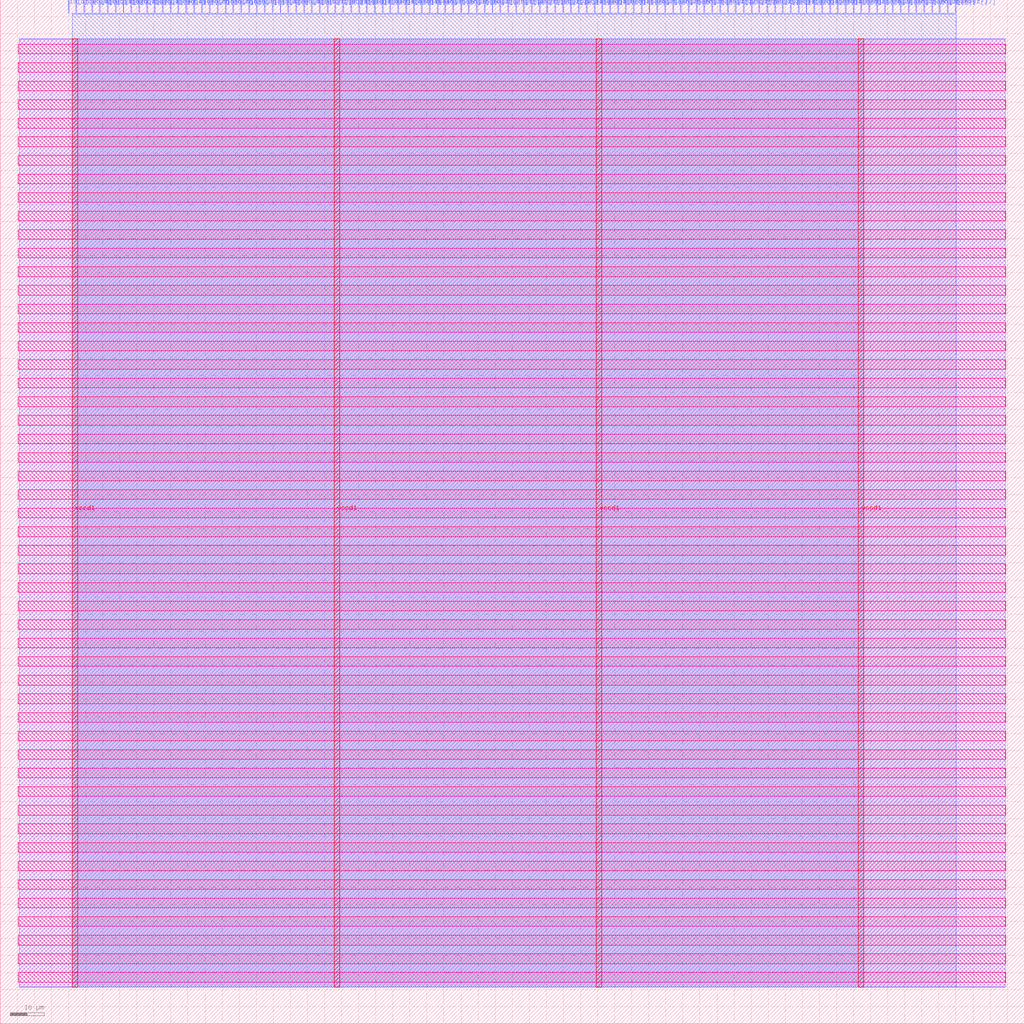
<source format=lef>
VERSION 5.7 ;
  NOWIREEXTENSIONATPIN ON ;
  DIVIDERCHAR "/" ;
  BUSBITCHARS "[]" ;
MACRO user_proj_example
  CLASS BLOCK ;
  FOREIGN user_proj_example ;
  ORIGIN 0.000 0.000 ;
  SIZE 300.000 BY 300.000 ;
  PIN io_in[0]
    DIRECTION INPUT ;
    USE SIGNAL ;
    PORT
      LAYER met2 ;
        RECT 19.870 296.000 20.150 300.000 ;
    END
  END io_in[0]
  PIN io_in[10]
    DIRECTION INPUT ;
    USE SIGNAL ;
    PORT
      LAYER met2 ;
        RECT 88.870 296.000 89.150 300.000 ;
    END
  END io_in[10]
  PIN io_in[11]
    DIRECTION INPUT ;
    USE SIGNAL ;
    PORT
      LAYER met2 ;
        RECT 95.770 296.000 96.050 300.000 ;
    END
  END io_in[11]
  PIN io_in[12]
    DIRECTION INPUT ;
    USE SIGNAL ;
    PORT
      LAYER met2 ;
        RECT 102.670 296.000 102.950 300.000 ;
    END
  END io_in[12]
  PIN io_in[13]
    DIRECTION INPUT ;
    USE SIGNAL ;
    PORT
      LAYER met2 ;
        RECT 109.570 296.000 109.850 300.000 ;
    END
  END io_in[13]
  PIN io_in[14]
    DIRECTION INPUT ;
    USE SIGNAL ;
    PORT
      LAYER met2 ;
        RECT 116.470 296.000 116.750 300.000 ;
    END
  END io_in[14]
  PIN io_in[15]
    DIRECTION INPUT ;
    USE SIGNAL ;
    PORT
      LAYER met2 ;
        RECT 123.370 296.000 123.650 300.000 ;
    END
  END io_in[15]
  PIN io_in[16]
    DIRECTION INPUT ;
    USE SIGNAL ;
    PORT
      LAYER met2 ;
        RECT 130.270 296.000 130.550 300.000 ;
    END
  END io_in[16]
  PIN io_in[17]
    DIRECTION INPUT ;
    USE SIGNAL ;
    PORT
      LAYER met2 ;
        RECT 137.170 296.000 137.450 300.000 ;
    END
  END io_in[17]
  PIN io_in[18]
    DIRECTION INPUT ;
    USE SIGNAL ;
    PORT
      LAYER met2 ;
        RECT 144.070 296.000 144.350 300.000 ;
    END
  END io_in[18]
  PIN io_in[19]
    DIRECTION INPUT ;
    USE SIGNAL ;
    PORT
      LAYER met2 ;
        RECT 150.970 296.000 151.250 300.000 ;
    END
  END io_in[19]
  PIN io_in[1]
    DIRECTION INPUT ;
    USE SIGNAL ;
    PORT
      LAYER met2 ;
        RECT 26.770 296.000 27.050 300.000 ;
    END
  END io_in[1]
  PIN io_in[20]
    DIRECTION INPUT ;
    USE SIGNAL ;
    PORT
      LAYER met2 ;
        RECT 157.870 296.000 158.150 300.000 ;
    END
  END io_in[20]
  PIN io_in[21]
    DIRECTION INPUT ;
    USE SIGNAL ;
    PORT
      LAYER met2 ;
        RECT 164.770 296.000 165.050 300.000 ;
    END
  END io_in[21]
  PIN io_in[22]
    DIRECTION INPUT ;
    USE SIGNAL ;
    PORT
      LAYER met2 ;
        RECT 171.670 296.000 171.950 300.000 ;
    END
  END io_in[22]
  PIN io_in[23]
    DIRECTION INPUT ;
    USE SIGNAL ;
    PORT
      LAYER met2 ;
        RECT 178.570 296.000 178.850 300.000 ;
    END
  END io_in[23]
  PIN io_in[24]
    DIRECTION INPUT ;
    USE SIGNAL ;
    PORT
      LAYER met2 ;
        RECT 185.470 296.000 185.750 300.000 ;
    END
  END io_in[24]
  PIN io_in[25]
    DIRECTION INPUT ;
    USE SIGNAL ;
    PORT
      LAYER met2 ;
        RECT 192.370 296.000 192.650 300.000 ;
    END
  END io_in[25]
  PIN io_in[26]
    DIRECTION INPUT ;
    USE SIGNAL ;
    PORT
      LAYER met2 ;
        RECT 199.270 296.000 199.550 300.000 ;
    END
  END io_in[26]
  PIN io_in[27]
    DIRECTION INPUT ;
    USE SIGNAL ;
    PORT
      LAYER met2 ;
        RECT 206.170 296.000 206.450 300.000 ;
    END
  END io_in[27]
  PIN io_in[28]
    DIRECTION INPUT ;
    USE SIGNAL ;
    PORT
      LAYER met2 ;
        RECT 213.070 296.000 213.350 300.000 ;
    END
  END io_in[28]
  PIN io_in[29]
    DIRECTION INPUT ;
    USE SIGNAL ;
    PORT
      LAYER met2 ;
        RECT 219.970 296.000 220.250 300.000 ;
    END
  END io_in[29]
  PIN io_in[2]
    DIRECTION INPUT ;
    USE SIGNAL ;
    PORT
      LAYER met2 ;
        RECT 33.670 296.000 33.950 300.000 ;
    END
  END io_in[2]
  PIN io_in[30]
    DIRECTION INPUT ;
    USE SIGNAL ;
    PORT
      LAYER met2 ;
        RECT 226.870 296.000 227.150 300.000 ;
    END
  END io_in[30]
  PIN io_in[31]
    DIRECTION INPUT ;
    USE SIGNAL ;
    PORT
      LAYER met2 ;
        RECT 233.770 296.000 234.050 300.000 ;
    END
  END io_in[31]
  PIN io_in[32]
    DIRECTION INPUT ;
    USE SIGNAL ;
    PORT
      LAYER met2 ;
        RECT 240.670 296.000 240.950 300.000 ;
    END
  END io_in[32]
  PIN io_in[33]
    DIRECTION INPUT ;
    USE SIGNAL ;
    PORT
      LAYER met2 ;
        RECT 247.570 296.000 247.850 300.000 ;
    END
  END io_in[33]
  PIN io_in[34]
    DIRECTION INPUT ;
    USE SIGNAL ;
    PORT
      LAYER met2 ;
        RECT 254.470 296.000 254.750 300.000 ;
    END
  END io_in[34]
  PIN io_in[35]
    DIRECTION INPUT ;
    USE SIGNAL ;
    PORT
      LAYER met2 ;
        RECT 261.370 296.000 261.650 300.000 ;
    END
  END io_in[35]
  PIN io_in[36]
    DIRECTION INPUT ;
    USE SIGNAL ;
    PORT
      LAYER met2 ;
        RECT 268.270 296.000 268.550 300.000 ;
    END
  END io_in[36]
  PIN io_in[37]
    DIRECTION INPUT ;
    USE SIGNAL ;
    PORT
      LAYER met2 ;
        RECT 275.170 296.000 275.450 300.000 ;
    END
  END io_in[37]
  PIN io_in[3]
    DIRECTION INPUT ;
    USE SIGNAL ;
    PORT
      LAYER met2 ;
        RECT 40.570 296.000 40.850 300.000 ;
    END
  END io_in[3]
  PIN io_in[4]
    DIRECTION INPUT ;
    USE SIGNAL ;
    PORT
      LAYER met2 ;
        RECT 47.470 296.000 47.750 300.000 ;
    END
  END io_in[4]
  PIN io_in[5]
    DIRECTION INPUT ;
    USE SIGNAL ;
    PORT
      LAYER met2 ;
        RECT 54.370 296.000 54.650 300.000 ;
    END
  END io_in[5]
  PIN io_in[6]
    DIRECTION INPUT ;
    USE SIGNAL ;
    PORT
      LAYER met2 ;
        RECT 61.270 296.000 61.550 300.000 ;
    END
  END io_in[6]
  PIN io_in[7]
    DIRECTION INPUT ;
    USE SIGNAL ;
    PORT
      LAYER met2 ;
        RECT 68.170 296.000 68.450 300.000 ;
    END
  END io_in[7]
  PIN io_in[8]
    DIRECTION INPUT ;
    USE SIGNAL ;
    PORT
      LAYER met2 ;
        RECT 75.070 296.000 75.350 300.000 ;
    END
  END io_in[8]
  PIN io_in[9]
    DIRECTION INPUT ;
    USE SIGNAL ;
    PORT
      LAYER met2 ;
        RECT 81.970 296.000 82.250 300.000 ;
    END
  END io_in[9]
  PIN io_oeb[0]
    DIRECTION OUTPUT TRISTATE ;
    USE SIGNAL ;
    PORT
      LAYER met2 ;
        RECT 22.170 296.000 22.450 300.000 ;
    END
  END io_oeb[0]
  PIN io_oeb[10]
    DIRECTION OUTPUT TRISTATE ;
    USE SIGNAL ;
    PORT
      LAYER met2 ;
        RECT 91.170 296.000 91.450 300.000 ;
    END
  END io_oeb[10]
  PIN io_oeb[11]
    DIRECTION OUTPUT TRISTATE ;
    USE SIGNAL ;
    PORT
      LAYER met2 ;
        RECT 98.070 296.000 98.350 300.000 ;
    END
  END io_oeb[11]
  PIN io_oeb[12]
    DIRECTION OUTPUT TRISTATE ;
    USE SIGNAL ;
    PORT
      LAYER met2 ;
        RECT 104.970 296.000 105.250 300.000 ;
    END
  END io_oeb[12]
  PIN io_oeb[13]
    DIRECTION OUTPUT TRISTATE ;
    USE SIGNAL ;
    PORT
      LAYER met2 ;
        RECT 111.870 296.000 112.150 300.000 ;
    END
  END io_oeb[13]
  PIN io_oeb[14]
    DIRECTION OUTPUT TRISTATE ;
    USE SIGNAL ;
    PORT
      LAYER met2 ;
        RECT 118.770 296.000 119.050 300.000 ;
    END
  END io_oeb[14]
  PIN io_oeb[15]
    DIRECTION OUTPUT TRISTATE ;
    USE SIGNAL ;
    PORT
      LAYER met2 ;
        RECT 125.670 296.000 125.950 300.000 ;
    END
  END io_oeb[15]
  PIN io_oeb[16]
    DIRECTION OUTPUT TRISTATE ;
    USE SIGNAL ;
    PORT
      LAYER met2 ;
        RECT 132.570 296.000 132.850 300.000 ;
    END
  END io_oeb[16]
  PIN io_oeb[17]
    DIRECTION OUTPUT TRISTATE ;
    USE SIGNAL ;
    PORT
      LAYER met2 ;
        RECT 139.470 296.000 139.750 300.000 ;
    END
  END io_oeb[17]
  PIN io_oeb[18]
    DIRECTION OUTPUT TRISTATE ;
    USE SIGNAL ;
    PORT
      LAYER met2 ;
        RECT 146.370 296.000 146.650 300.000 ;
    END
  END io_oeb[18]
  PIN io_oeb[19]
    DIRECTION OUTPUT TRISTATE ;
    USE SIGNAL ;
    PORT
      LAYER met2 ;
        RECT 153.270 296.000 153.550 300.000 ;
    END
  END io_oeb[19]
  PIN io_oeb[1]
    DIRECTION OUTPUT TRISTATE ;
    USE SIGNAL ;
    PORT
      LAYER met2 ;
        RECT 29.070 296.000 29.350 300.000 ;
    END
  END io_oeb[1]
  PIN io_oeb[20]
    DIRECTION OUTPUT TRISTATE ;
    USE SIGNAL ;
    PORT
      LAYER met2 ;
        RECT 160.170 296.000 160.450 300.000 ;
    END
  END io_oeb[20]
  PIN io_oeb[21]
    DIRECTION OUTPUT TRISTATE ;
    USE SIGNAL ;
    PORT
      LAYER met2 ;
        RECT 167.070 296.000 167.350 300.000 ;
    END
  END io_oeb[21]
  PIN io_oeb[22]
    DIRECTION OUTPUT TRISTATE ;
    USE SIGNAL ;
    PORT
      LAYER met2 ;
        RECT 173.970 296.000 174.250 300.000 ;
    END
  END io_oeb[22]
  PIN io_oeb[23]
    DIRECTION OUTPUT TRISTATE ;
    USE SIGNAL ;
    PORT
      LAYER met2 ;
        RECT 180.870 296.000 181.150 300.000 ;
    END
  END io_oeb[23]
  PIN io_oeb[24]
    DIRECTION OUTPUT TRISTATE ;
    USE SIGNAL ;
    PORT
      LAYER met2 ;
        RECT 187.770 296.000 188.050 300.000 ;
    END
  END io_oeb[24]
  PIN io_oeb[25]
    DIRECTION OUTPUT TRISTATE ;
    USE SIGNAL ;
    PORT
      LAYER met2 ;
        RECT 194.670 296.000 194.950 300.000 ;
    END
  END io_oeb[25]
  PIN io_oeb[26]
    DIRECTION OUTPUT TRISTATE ;
    USE SIGNAL ;
    PORT
      LAYER met2 ;
        RECT 201.570 296.000 201.850 300.000 ;
    END
  END io_oeb[26]
  PIN io_oeb[27]
    DIRECTION OUTPUT TRISTATE ;
    USE SIGNAL ;
    PORT
      LAYER met2 ;
        RECT 208.470 296.000 208.750 300.000 ;
    END
  END io_oeb[27]
  PIN io_oeb[28]
    DIRECTION OUTPUT TRISTATE ;
    USE SIGNAL ;
    PORT
      LAYER met2 ;
        RECT 215.370 296.000 215.650 300.000 ;
    END
  END io_oeb[28]
  PIN io_oeb[29]
    DIRECTION OUTPUT TRISTATE ;
    USE SIGNAL ;
    PORT
      LAYER met2 ;
        RECT 222.270 296.000 222.550 300.000 ;
    END
  END io_oeb[29]
  PIN io_oeb[2]
    DIRECTION OUTPUT TRISTATE ;
    USE SIGNAL ;
    PORT
      LAYER met2 ;
        RECT 35.970 296.000 36.250 300.000 ;
    END
  END io_oeb[2]
  PIN io_oeb[30]
    DIRECTION OUTPUT TRISTATE ;
    USE SIGNAL ;
    PORT
      LAYER met2 ;
        RECT 229.170 296.000 229.450 300.000 ;
    END
  END io_oeb[30]
  PIN io_oeb[31]
    DIRECTION OUTPUT TRISTATE ;
    USE SIGNAL ;
    PORT
      LAYER met2 ;
        RECT 236.070 296.000 236.350 300.000 ;
    END
  END io_oeb[31]
  PIN io_oeb[32]
    DIRECTION OUTPUT TRISTATE ;
    USE SIGNAL ;
    PORT
      LAYER met2 ;
        RECT 242.970 296.000 243.250 300.000 ;
    END
  END io_oeb[32]
  PIN io_oeb[33]
    DIRECTION OUTPUT TRISTATE ;
    USE SIGNAL ;
    PORT
      LAYER met2 ;
        RECT 249.870 296.000 250.150 300.000 ;
    END
  END io_oeb[33]
  PIN io_oeb[34]
    DIRECTION OUTPUT TRISTATE ;
    USE SIGNAL ;
    PORT
      LAYER met2 ;
        RECT 256.770 296.000 257.050 300.000 ;
    END
  END io_oeb[34]
  PIN io_oeb[35]
    DIRECTION OUTPUT TRISTATE ;
    USE SIGNAL ;
    PORT
      LAYER met2 ;
        RECT 263.670 296.000 263.950 300.000 ;
    END
  END io_oeb[35]
  PIN io_oeb[36]
    DIRECTION OUTPUT TRISTATE ;
    USE SIGNAL ;
    PORT
      LAYER met2 ;
        RECT 270.570 296.000 270.850 300.000 ;
    END
  END io_oeb[36]
  PIN io_oeb[37]
    DIRECTION OUTPUT TRISTATE ;
    USE SIGNAL ;
    PORT
      LAYER met2 ;
        RECT 277.470 296.000 277.750 300.000 ;
    END
  END io_oeb[37]
  PIN io_oeb[3]
    DIRECTION OUTPUT TRISTATE ;
    USE SIGNAL ;
    PORT
      LAYER met2 ;
        RECT 42.870 296.000 43.150 300.000 ;
    END
  END io_oeb[3]
  PIN io_oeb[4]
    DIRECTION OUTPUT TRISTATE ;
    USE SIGNAL ;
    PORT
      LAYER met2 ;
        RECT 49.770 296.000 50.050 300.000 ;
    END
  END io_oeb[4]
  PIN io_oeb[5]
    DIRECTION OUTPUT TRISTATE ;
    USE SIGNAL ;
    PORT
      LAYER met2 ;
        RECT 56.670 296.000 56.950 300.000 ;
    END
  END io_oeb[5]
  PIN io_oeb[6]
    DIRECTION OUTPUT TRISTATE ;
    USE SIGNAL ;
    PORT
      LAYER met2 ;
        RECT 63.570 296.000 63.850 300.000 ;
    END
  END io_oeb[6]
  PIN io_oeb[7]
    DIRECTION OUTPUT TRISTATE ;
    USE SIGNAL ;
    PORT
      LAYER met2 ;
        RECT 70.470 296.000 70.750 300.000 ;
    END
  END io_oeb[7]
  PIN io_oeb[8]
    DIRECTION OUTPUT TRISTATE ;
    USE SIGNAL ;
    PORT
      LAYER met2 ;
        RECT 77.370 296.000 77.650 300.000 ;
    END
  END io_oeb[8]
  PIN io_oeb[9]
    DIRECTION OUTPUT TRISTATE ;
    USE SIGNAL ;
    PORT
      LAYER met2 ;
        RECT 84.270 296.000 84.550 300.000 ;
    END
  END io_oeb[9]
  PIN io_out[0]
    DIRECTION OUTPUT TRISTATE ;
    USE SIGNAL ;
    PORT
      LAYER met2 ;
        RECT 24.470 296.000 24.750 300.000 ;
    END
  END io_out[0]
  PIN io_out[10]
    DIRECTION OUTPUT TRISTATE ;
    USE SIGNAL ;
    PORT
      LAYER met2 ;
        RECT 93.470 296.000 93.750 300.000 ;
    END
  END io_out[10]
  PIN io_out[11]
    DIRECTION OUTPUT TRISTATE ;
    USE SIGNAL ;
    PORT
      LAYER met2 ;
        RECT 100.370 296.000 100.650 300.000 ;
    END
  END io_out[11]
  PIN io_out[12]
    DIRECTION OUTPUT TRISTATE ;
    USE SIGNAL ;
    PORT
      LAYER met2 ;
        RECT 107.270 296.000 107.550 300.000 ;
    END
  END io_out[12]
  PIN io_out[13]
    DIRECTION OUTPUT TRISTATE ;
    USE SIGNAL ;
    PORT
      LAYER met2 ;
        RECT 114.170 296.000 114.450 300.000 ;
    END
  END io_out[13]
  PIN io_out[14]
    DIRECTION OUTPUT TRISTATE ;
    USE SIGNAL ;
    PORT
      LAYER met2 ;
        RECT 121.070 296.000 121.350 300.000 ;
    END
  END io_out[14]
  PIN io_out[15]
    DIRECTION OUTPUT TRISTATE ;
    USE SIGNAL ;
    PORT
      LAYER met2 ;
        RECT 127.970 296.000 128.250 300.000 ;
    END
  END io_out[15]
  PIN io_out[16]
    DIRECTION OUTPUT TRISTATE ;
    USE SIGNAL ;
    PORT
      LAYER met2 ;
        RECT 134.870 296.000 135.150 300.000 ;
    END
  END io_out[16]
  PIN io_out[17]
    DIRECTION OUTPUT TRISTATE ;
    USE SIGNAL ;
    PORT
      LAYER met2 ;
        RECT 141.770 296.000 142.050 300.000 ;
    END
  END io_out[17]
  PIN io_out[18]
    DIRECTION OUTPUT TRISTATE ;
    USE SIGNAL ;
    PORT
      LAYER met2 ;
        RECT 148.670 296.000 148.950 300.000 ;
    END
  END io_out[18]
  PIN io_out[19]
    DIRECTION OUTPUT TRISTATE ;
    USE SIGNAL ;
    PORT
      LAYER met2 ;
        RECT 155.570 296.000 155.850 300.000 ;
    END
  END io_out[19]
  PIN io_out[1]
    DIRECTION OUTPUT TRISTATE ;
    USE SIGNAL ;
    PORT
      LAYER met2 ;
        RECT 31.370 296.000 31.650 300.000 ;
    END
  END io_out[1]
  PIN io_out[20]
    DIRECTION OUTPUT TRISTATE ;
    USE SIGNAL ;
    PORT
      LAYER met2 ;
        RECT 162.470 296.000 162.750 300.000 ;
    END
  END io_out[20]
  PIN io_out[21]
    DIRECTION OUTPUT TRISTATE ;
    USE SIGNAL ;
    PORT
      LAYER met2 ;
        RECT 169.370 296.000 169.650 300.000 ;
    END
  END io_out[21]
  PIN io_out[22]
    DIRECTION OUTPUT TRISTATE ;
    USE SIGNAL ;
    PORT
      LAYER met2 ;
        RECT 176.270 296.000 176.550 300.000 ;
    END
  END io_out[22]
  PIN io_out[23]
    DIRECTION OUTPUT TRISTATE ;
    USE SIGNAL ;
    PORT
      LAYER met2 ;
        RECT 183.170 296.000 183.450 300.000 ;
    END
  END io_out[23]
  PIN io_out[24]
    DIRECTION OUTPUT TRISTATE ;
    USE SIGNAL ;
    PORT
      LAYER met2 ;
        RECT 190.070 296.000 190.350 300.000 ;
    END
  END io_out[24]
  PIN io_out[25]
    DIRECTION OUTPUT TRISTATE ;
    USE SIGNAL ;
    PORT
      LAYER met2 ;
        RECT 196.970 296.000 197.250 300.000 ;
    END
  END io_out[25]
  PIN io_out[26]
    DIRECTION OUTPUT TRISTATE ;
    USE SIGNAL ;
    PORT
      LAYER met2 ;
        RECT 203.870 296.000 204.150 300.000 ;
    END
  END io_out[26]
  PIN io_out[27]
    DIRECTION OUTPUT TRISTATE ;
    USE SIGNAL ;
    PORT
      LAYER met2 ;
        RECT 210.770 296.000 211.050 300.000 ;
    END
  END io_out[27]
  PIN io_out[28]
    DIRECTION OUTPUT TRISTATE ;
    USE SIGNAL ;
    PORT
      LAYER met2 ;
        RECT 217.670 296.000 217.950 300.000 ;
    END
  END io_out[28]
  PIN io_out[29]
    DIRECTION OUTPUT TRISTATE ;
    USE SIGNAL ;
    PORT
      LAYER met2 ;
        RECT 224.570 296.000 224.850 300.000 ;
    END
  END io_out[29]
  PIN io_out[2]
    DIRECTION OUTPUT TRISTATE ;
    USE SIGNAL ;
    PORT
      LAYER met2 ;
        RECT 38.270 296.000 38.550 300.000 ;
    END
  END io_out[2]
  PIN io_out[30]
    DIRECTION OUTPUT TRISTATE ;
    USE SIGNAL ;
    PORT
      LAYER met2 ;
        RECT 231.470 296.000 231.750 300.000 ;
    END
  END io_out[30]
  PIN io_out[31]
    DIRECTION OUTPUT TRISTATE ;
    USE SIGNAL ;
    PORT
      LAYER met2 ;
        RECT 238.370 296.000 238.650 300.000 ;
    END
  END io_out[31]
  PIN io_out[32]
    DIRECTION OUTPUT TRISTATE ;
    USE SIGNAL ;
    PORT
      LAYER met2 ;
        RECT 245.270 296.000 245.550 300.000 ;
    END
  END io_out[32]
  PIN io_out[33]
    DIRECTION OUTPUT TRISTATE ;
    USE SIGNAL ;
    PORT
      LAYER met2 ;
        RECT 252.170 296.000 252.450 300.000 ;
    END
  END io_out[33]
  PIN io_out[34]
    DIRECTION OUTPUT TRISTATE ;
    USE SIGNAL ;
    PORT
      LAYER met2 ;
        RECT 259.070 296.000 259.350 300.000 ;
    END
  END io_out[34]
  PIN io_out[35]
    DIRECTION OUTPUT TRISTATE ;
    USE SIGNAL ;
    PORT
      LAYER met2 ;
        RECT 265.970 296.000 266.250 300.000 ;
    END
  END io_out[35]
  PIN io_out[36]
    DIRECTION OUTPUT TRISTATE ;
    USE SIGNAL ;
    PORT
      LAYER met2 ;
        RECT 272.870 296.000 273.150 300.000 ;
    END
  END io_out[36]
  PIN io_out[37]
    DIRECTION OUTPUT TRISTATE ;
    USE SIGNAL ;
    PORT
      LAYER met2 ;
        RECT 279.770 296.000 280.050 300.000 ;
    END
  END io_out[37]
  PIN io_out[3]
    DIRECTION OUTPUT TRISTATE ;
    USE SIGNAL ;
    PORT
      LAYER met2 ;
        RECT 45.170 296.000 45.450 300.000 ;
    END
  END io_out[3]
  PIN io_out[4]
    DIRECTION OUTPUT TRISTATE ;
    USE SIGNAL ;
    PORT
      LAYER met2 ;
        RECT 52.070 296.000 52.350 300.000 ;
    END
  END io_out[4]
  PIN io_out[5]
    DIRECTION OUTPUT TRISTATE ;
    USE SIGNAL ;
    PORT
      LAYER met2 ;
        RECT 58.970 296.000 59.250 300.000 ;
    END
  END io_out[5]
  PIN io_out[6]
    DIRECTION OUTPUT TRISTATE ;
    USE SIGNAL ;
    PORT
      LAYER met2 ;
        RECT 65.870 296.000 66.150 300.000 ;
    END
  END io_out[6]
  PIN io_out[7]
    DIRECTION OUTPUT TRISTATE ;
    USE SIGNAL ;
    PORT
      LAYER met2 ;
        RECT 72.770 296.000 73.050 300.000 ;
    END
  END io_out[7]
  PIN io_out[8]
    DIRECTION OUTPUT TRISTATE ;
    USE SIGNAL ;
    PORT
      LAYER met2 ;
        RECT 79.670 296.000 79.950 300.000 ;
    END
  END io_out[8]
  PIN io_out[9]
    DIRECTION OUTPUT TRISTATE ;
    USE SIGNAL ;
    PORT
      LAYER met2 ;
        RECT 86.570 296.000 86.850 300.000 ;
    END
  END io_out[9]
  PIN vccd1
    DIRECTION INOUT ;
    USE POWER ;
    PORT
      LAYER met4 ;
        RECT 21.040 10.640 22.640 288.560 ;
    END
    PORT
      LAYER met4 ;
        RECT 174.640 10.640 176.240 288.560 ;
    END
  END vccd1
  PIN vssd1
    DIRECTION INOUT ;
    USE GROUND ;
    PORT
      LAYER met4 ;
        RECT 97.840 10.640 99.440 288.560 ;
    END
    PORT
      LAYER met4 ;
        RECT 251.440 10.640 253.040 288.560 ;
    END
  END vssd1
  OBS
      LAYER nwell ;
        RECT 5.330 284.185 294.590 287.015 ;
        RECT 5.330 278.745 294.590 281.575 ;
        RECT 5.330 273.305 294.590 276.135 ;
        RECT 5.330 267.865 294.590 270.695 ;
        RECT 5.330 262.425 294.590 265.255 ;
        RECT 5.330 256.985 294.590 259.815 ;
        RECT 5.330 251.545 294.590 254.375 ;
        RECT 5.330 246.105 294.590 248.935 ;
        RECT 5.330 240.665 294.590 243.495 ;
        RECT 5.330 235.225 294.590 238.055 ;
        RECT 5.330 229.785 294.590 232.615 ;
        RECT 5.330 224.345 294.590 227.175 ;
        RECT 5.330 218.905 294.590 221.735 ;
        RECT 5.330 213.465 294.590 216.295 ;
        RECT 5.330 208.025 294.590 210.855 ;
        RECT 5.330 202.585 294.590 205.415 ;
        RECT 5.330 197.145 294.590 199.975 ;
        RECT 5.330 191.705 294.590 194.535 ;
        RECT 5.330 186.265 294.590 189.095 ;
        RECT 5.330 180.825 294.590 183.655 ;
        RECT 5.330 175.385 294.590 178.215 ;
        RECT 5.330 169.945 294.590 172.775 ;
        RECT 5.330 164.505 294.590 167.335 ;
        RECT 5.330 159.065 294.590 161.895 ;
        RECT 5.330 153.625 294.590 156.455 ;
        RECT 5.330 148.185 294.590 151.015 ;
        RECT 5.330 142.745 294.590 145.575 ;
        RECT 5.330 137.305 294.590 140.135 ;
        RECT 5.330 131.865 294.590 134.695 ;
        RECT 5.330 126.425 294.590 129.255 ;
        RECT 5.330 120.985 294.590 123.815 ;
        RECT 5.330 115.545 294.590 118.375 ;
        RECT 5.330 110.105 294.590 112.935 ;
        RECT 5.330 104.665 294.590 107.495 ;
        RECT 5.330 99.225 294.590 102.055 ;
        RECT 5.330 93.785 294.590 96.615 ;
        RECT 5.330 88.345 294.590 91.175 ;
        RECT 5.330 82.905 294.590 85.735 ;
        RECT 5.330 77.465 294.590 80.295 ;
        RECT 5.330 72.025 294.590 74.855 ;
        RECT 5.330 66.585 294.590 69.415 ;
        RECT 5.330 61.145 294.590 63.975 ;
        RECT 5.330 55.705 294.590 58.535 ;
        RECT 5.330 50.265 294.590 53.095 ;
        RECT 5.330 44.825 294.590 47.655 ;
        RECT 5.330 39.385 294.590 42.215 ;
        RECT 5.330 33.945 294.590 36.775 ;
        RECT 5.330 28.505 294.590 31.335 ;
        RECT 5.330 23.065 294.590 25.895 ;
        RECT 5.330 17.625 294.590 20.455 ;
        RECT 5.330 12.185 294.590 15.015 ;
      LAYER li1 ;
        RECT 5.520 10.795 294.400 288.405 ;
      LAYER met1 ;
        RECT 5.520 10.640 294.400 288.560 ;
      LAYER met2 ;
        RECT 21.070 295.720 21.890 296.000 ;
        RECT 22.730 295.720 24.190 296.000 ;
        RECT 25.030 295.720 26.490 296.000 ;
        RECT 27.330 295.720 28.790 296.000 ;
        RECT 29.630 295.720 31.090 296.000 ;
        RECT 31.930 295.720 33.390 296.000 ;
        RECT 34.230 295.720 35.690 296.000 ;
        RECT 36.530 295.720 37.990 296.000 ;
        RECT 38.830 295.720 40.290 296.000 ;
        RECT 41.130 295.720 42.590 296.000 ;
        RECT 43.430 295.720 44.890 296.000 ;
        RECT 45.730 295.720 47.190 296.000 ;
        RECT 48.030 295.720 49.490 296.000 ;
        RECT 50.330 295.720 51.790 296.000 ;
        RECT 52.630 295.720 54.090 296.000 ;
        RECT 54.930 295.720 56.390 296.000 ;
        RECT 57.230 295.720 58.690 296.000 ;
        RECT 59.530 295.720 60.990 296.000 ;
        RECT 61.830 295.720 63.290 296.000 ;
        RECT 64.130 295.720 65.590 296.000 ;
        RECT 66.430 295.720 67.890 296.000 ;
        RECT 68.730 295.720 70.190 296.000 ;
        RECT 71.030 295.720 72.490 296.000 ;
        RECT 73.330 295.720 74.790 296.000 ;
        RECT 75.630 295.720 77.090 296.000 ;
        RECT 77.930 295.720 79.390 296.000 ;
        RECT 80.230 295.720 81.690 296.000 ;
        RECT 82.530 295.720 83.990 296.000 ;
        RECT 84.830 295.720 86.290 296.000 ;
        RECT 87.130 295.720 88.590 296.000 ;
        RECT 89.430 295.720 90.890 296.000 ;
        RECT 91.730 295.720 93.190 296.000 ;
        RECT 94.030 295.720 95.490 296.000 ;
        RECT 96.330 295.720 97.790 296.000 ;
        RECT 98.630 295.720 100.090 296.000 ;
        RECT 100.930 295.720 102.390 296.000 ;
        RECT 103.230 295.720 104.690 296.000 ;
        RECT 105.530 295.720 106.990 296.000 ;
        RECT 107.830 295.720 109.290 296.000 ;
        RECT 110.130 295.720 111.590 296.000 ;
        RECT 112.430 295.720 113.890 296.000 ;
        RECT 114.730 295.720 116.190 296.000 ;
        RECT 117.030 295.720 118.490 296.000 ;
        RECT 119.330 295.720 120.790 296.000 ;
        RECT 121.630 295.720 123.090 296.000 ;
        RECT 123.930 295.720 125.390 296.000 ;
        RECT 126.230 295.720 127.690 296.000 ;
        RECT 128.530 295.720 129.990 296.000 ;
        RECT 130.830 295.720 132.290 296.000 ;
        RECT 133.130 295.720 134.590 296.000 ;
        RECT 135.430 295.720 136.890 296.000 ;
        RECT 137.730 295.720 139.190 296.000 ;
        RECT 140.030 295.720 141.490 296.000 ;
        RECT 142.330 295.720 143.790 296.000 ;
        RECT 144.630 295.720 146.090 296.000 ;
        RECT 146.930 295.720 148.390 296.000 ;
        RECT 149.230 295.720 150.690 296.000 ;
        RECT 151.530 295.720 152.990 296.000 ;
        RECT 153.830 295.720 155.290 296.000 ;
        RECT 156.130 295.720 157.590 296.000 ;
        RECT 158.430 295.720 159.890 296.000 ;
        RECT 160.730 295.720 162.190 296.000 ;
        RECT 163.030 295.720 164.490 296.000 ;
        RECT 165.330 295.720 166.790 296.000 ;
        RECT 167.630 295.720 169.090 296.000 ;
        RECT 169.930 295.720 171.390 296.000 ;
        RECT 172.230 295.720 173.690 296.000 ;
        RECT 174.530 295.720 175.990 296.000 ;
        RECT 176.830 295.720 178.290 296.000 ;
        RECT 179.130 295.720 180.590 296.000 ;
        RECT 181.430 295.720 182.890 296.000 ;
        RECT 183.730 295.720 185.190 296.000 ;
        RECT 186.030 295.720 187.490 296.000 ;
        RECT 188.330 295.720 189.790 296.000 ;
        RECT 190.630 295.720 192.090 296.000 ;
        RECT 192.930 295.720 194.390 296.000 ;
        RECT 195.230 295.720 196.690 296.000 ;
        RECT 197.530 295.720 198.990 296.000 ;
        RECT 199.830 295.720 201.290 296.000 ;
        RECT 202.130 295.720 203.590 296.000 ;
        RECT 204.430 295.720 205.890 296.000 ;
        RECT 206.730 295.720 208.190 296.000 ;
        RECT 209.030 295.720 210.490 296.000 ;
        RECT 211.330 295.720 212.790 296.000 ;
        RECT 213.630 295.720 215.090 296.000 ;
        RECT 215.930 295.720 217.390 296.000 ;
        RECT 218.230 295.720 219.690 296.000 ;
        RECT 220.530 295.720 221.990 296.000 ;
        RECT 222.830 295.720 224.290 296.000 ;
        RECT 225.130 295.720 226.590 296.000 ;
        RECT 227.430 295.720 228.890 296.000 ;
        RECT 229.730 295.720 231.190 296.000 ;
        RECT 232.030 295.720 233.490 296.000 ;
        RECT 234.330 295.720 235.790 296.000 ;
        RECT 236.630 295.720 238.090 296.000 ;
        RECT 238.930 295.720 240.390 296.000 ;
        RECT 241.230 295.720 242.690 296.000 ;
        RECT 243.530 295.720 244.990 296.000 ;
        RECT 245.830 295.720 247.290 296.000 ;
        RECT 248.130 295.720 249.590 296.000 ;
        RECT 250.430 295.720 251.890 296.000 ;
        RECT 252.730 295.720 254.190 296.000 ;
        RECT 255.030 295.720 256.490 296.000 ;
        RECT 257.330 295.720 258.790 296.000 ;
        RECT 259.630 295.720 261.090 296.000 ;
        RECT 261.930 295.720 263.390 296.000 ;
        RECT 264.230 295.720 265.690 296.000 ;
        RECT 266.530 295.720 267.990 296.000 ;
        RECT 268.830 295.720 270.290 296.000 ;
        RECT 271.130 295.720 272.590 296.000 ;
        RECT 273.430 295.720 274.890 296.000 ;
        RECT 275.730 295.720 277.190 296.000 ;
        RECT 278.030 295.720 279.490 296.000 ;
        RECT 21.070 10.695 280.040 295.720 ;
      LAYER met3 ;
        RECT 21.050 10.715 253.030 288.485 ;
  END
END user_proj_example
END LIBRARY


</source>
